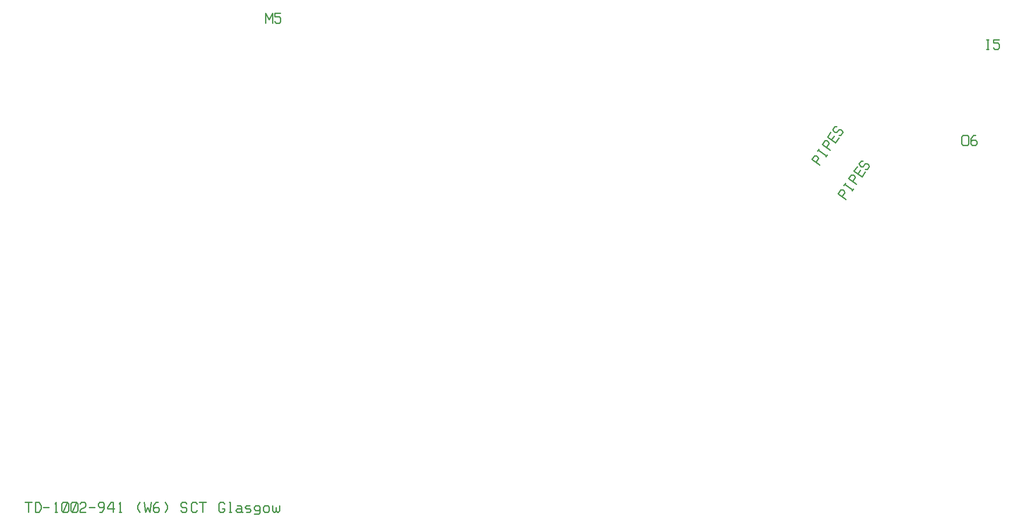
<source format=gbr>
*
G4_C Author: OrCAD GerbTool(tm) 8.1.1 Wed Jun 18 23:47:49 2003*
%LPD*%
%LNsilkscreen*%
%FSLAX34Y34*%
%MOIN*%
%AD*%
%AMD25R98*
20,1,0.025000,0.000000,-0.035000,0.000000,0.035000,98.600000*
%
%AMD10R98*
20,1,0.050000,-0.025000,0.000000,0.025000,0.000000,98.600000*
%
%AMD25R98N2*
20,1,0.025000,0.000000,-0.035000,0.000000,0.035000,98.600000*
%
%AMD10R98N2*
20,1,0.050000,-0.025000,0.000000,0.025000,0.000000,98.600000*
%
%AMD25R86*
20,1,0.025000,0.000000,-0.035000,0.000000,0.035000,86.080000*
%
%AMD10R86*
20,1,0.050000,-0.025000,0.000000,0.025000,0.000000,86.080000*
%
%AMD16R5*
20,1,0.025000,-0.035000,0.000000,0.035000,0.000000,5.450000*
%
%AMD10R5*
20,1,0.050000,-0.025000,0.000000,0.025000,0.000000,5.450000*
%
%AMD16R5N2*
20,1,0.025000,-0.035000,0.000000,0.035000,0.000000,5.450000*
%
%AMD10R5N2*
20,1,0.050000,-0.025000,0.000000,0.025000,0.000000,5.450000*
%
%AMD32R3*
20,1,0.025000,0.034920,-0.002390,-0.034920,0.002390,3.950000*
%
%AMD33R3*
20,1,0.050000,-0.001710,-0.024940,0.001710,0.024940,3.950000*
%
%AMD32R3N2*
20,1,0.025000,0.034920,-0.002390,-0.034920,0.002390,3.910000*
%
%AMD33R3N2*
20,1,0.050000,-0.001710,-0.024940,0.001710,0.024940,3.910000*
%
%AMD32R3N3*
20,1,0.025000,0.034920,-0.002390,-0.034920,0.002390,3.920000*
%
%AMD33R3N3*
20,1,0.050000,-0.001710,-0.024940,0.001710,0.024940,3.920000*
%
%AMD29R80*
20,1,0.022000,0.000000,-0.040000,0.000000,0.040000,80.000000*
%
%AMD54R80*
20,1,0.050000,-0.025000,0.000000,0.025000,0.000000,80.000000*
%
%AMD57R280*
20,1,0.022000,0.039390,-0.006950,-0.039390,0.006950,280.000000*
%
%AMD58R280*
20,1,0.050000,-0.004340,-0.024620,0.004340,0.024620,280.000000*
%
%AMD59R78*
20,1,0.022000,0.000000,-0.040000,0.000000,0.040000,78.000000*
%
%AMD60R78*
20,1,0.050000,-0.025000,0.000000,0.025000,0.000000,78.000000*
%
%AMD29R75*
20,1,0.022000,0.000000,-0.040000,0.000000,0.040000,75.000000*
%
%AMD54R75*
20,1,0.050000,-0.025000,0.000000,0.025000,0.000000,75.000000*
%
%AMD29R73*
20,1,0.022000,0.000000,-0.040000,0.000000,0.040000,73.000000*
%
%AMD54R73*
20,1,0.050000,-0.025000,0.000000,0.025000,0.000000,73.000000*
%
%ADD10R,0.050000X0.050000*%
%ADD11C,0.006000*%
%ADD12C,0.019000*%
%ADD13C,0.007900*%
%ADD14C,0.005000*%
%ADD15C,0.000800*%
%ADD16R,0.070000X0.025000*%
%ADD17R,0.068000X0.023000*%
%ADD18C,0.006000*%
%ADD19C,0.009800*%
%ADD20C,0.010000*%
%ADD21C,0.030000*%
%ADD22C,0.060000*%
%ADD23C,0.035000*%
%ADD24C,0.055000*%
%ADD25R,0.025000X0.070000*%
%ADD26C,0.010000*%
%ADD27R,0.029000X0.058000*%
%ADD28R,0.031000X0.060000*%
%ADD29R,0.022000X0.080000*%
%ADD30R,0.024000X0.082000*%
%ADD31D10R98N2*%
%ADD32D25R86*%
%ADD33D10R86*%
%ADD34D16R5*%
%ADD35D10R5*%
%ADD36D16R5N2*%
%ADD37D10R5N2*%
%ADD38D25R98N2*%
%ADD39D10R98N2*%
%ADD40D25R86*%
%ADD41D10R86*%
%ADD42D16R5*%
%ADD43D10R5*%
%ADD44D16R5N2*%
%ADD45D10R5N2*%
%ADD46D32R3*%
%ADD47D33R3*%
%ADD48R,0.070000X0.025000*%
%ADD49D33R3N2*%
%ADD50C,0.011000*%
%ADD51C,0.036000*%
%ADD52C,0.015000*%
%ADD53R,0.070000X0.025000*%
%ADD54R,0.050000X0.050000*%
%ADD55C,0.010000*%
%ADD56C,0.010000*%
%ADD57D29R80*%
%ADD58D54R80*%
%ADD59R,0.022000X0.080000*%
%ADD60R,0.050000X0.050000*%
%ADD61D59R78*%
%ADD62D60R78*%
%ADD63D29R75*%
%ADD64D54R75*%
%ADD65D29R73*%
%ADD66D54R73*%
%ADD256R,0.058000X0.029000*%
G4_C OrCAD GerbTool Tool List *
G4_D50 1 0.0110 T 0 0*
G4_D51 3 0.0360 T 0 0*
G4_D52 2 0.0150 T 0 0*
G54D20*
G1X16198Y6035D2*
G1X16198Y5285D1*
G1X15936Y6035D2*
G1X16461Y6035D1*
G1X16986Y6035D2*
G1X17161Y5785D1*
G1X17161Y5535D1*
G1X16986Y5285D1*
G1X16723Y6035D2*
G1X16723Y5285D1*
G1X16723Y6035D2*
G1X16986Y6035D1*
G1X16986Y5285D2*
G1X16723Y5285D1*
G1X17336Y5660D2*
G1X17773Y5660D1*
G1X18298Y6035D2*
G1X18298Y5285D1*
G1X18211Y5285D2*
G1X18386Y5285D1*
G1X18298Y6035D2*
G1X18211Y5910D1*
G1X18823Y6035D2*
G1X19173Y6035D1*
G1X19261Y5910D1*
G1X19261Y5410D1*
G1X19173Y5285D1*
G1X18823Y5285D1*
G1X18736Y5410D1*
G1X18736Y5910D1*
G1X18823Y6035D1*
G1X19173Y6035D2*
G1X18823Y5285D1*
G1X19523Y6035D2*
G1X19873Y6035D1*
G1X19961Y5910D1*
G1X19961Y5410D1*
G1X19873Y5285D1*
G1X19523Y5285D1*
G1X19436Y5410D1*
G1X19436Y5910D1*
G1X19523Y6035D1*
G1X19873Y6035D2*
G1X19523Y5285D1*
G1X20136Y5910D2*
G1X20223Y6035D1*
G1X20486Y6035D1*
G1X20573Y5910D1*
G1X20573Y5785D1*
G1X20486Y5660D1*
G1X20223Y5535D1*
G1X20136Y5410D1*
G1X20136Y5285D1*
G1X20573Y5285D1*
G1X20836Y5660D2*
G1X21273Y5660D1*
G1X21886Y5660D2*
G1X21623Y5660D1*
G1X21536Y5785D1*
G1X21536Y5910D1*
G1X21623Y6035D1*
G1X21886Y6035D1*
G1X21973Y5910D1*
G1X21973Y5535D1*
G1X21798Y5285D1*
G1X21623Y5285D1*
G1X21886Y5660D2*
G1X21973Y5785D1*
G1X22498Y6035D2*
G1X22673Y6035D1*
G1X22673Y5285D1*
G1X22498Y6035D2*
G1X22236Y5660D1*
G1X22236Y5535D1*
G1X22761Y5535D1*
G1X23198Y6035D2*
G1X23198Y5285D1*
G1X23111Y5285D2*
G1X23286Y5285D1*
G1X23198Y6035D2*
G1X23111Y5910D1*
G1X24686Y6035D2*
G1X24511Y5785D1*
G1X24511Y5535D1*
G1X24686Y5285D1*
G1X25036Y6035D2*
G1X25123Y5285D1*
G1X25298Y5660D1*
G1X25473Y5285D1*
G1X25561Y6035D1*
G1X26086Y6035D2*
G1X25911Y6035D1*
G1X25736Y5785D1*
G1X25736Y5410D1*
G1X25823Y5285D1*
G1X26086Y5285D1*
G1X26173Y5410D1*
G1X26173Y5535D1*
G1X26086Y5660D1*
G1X25823Y5660D1*
G1X25736Y5535D1*
G1X26611Y6035D2*
G1X26786Y5785D1*
G1X26786Y5535D1*
G1X26611Y5285D1*
G1X28273Y5910D2*
G1X28186Y6035D1*
G1X27923Y6035D1*
G1X27836Y5910D1*
G1X27836Y5785D1*
G1X28273Y5535D2*
G1X28273Y5410D1*
G1X28186Y5285D1*
G1X27923Y5285D1*
G1X27836Y5410D1*
G1X27836Y5785D2*
G1X27923Y5660D1*
G1X28186Y5660D1*
G1X28273Y5535D1*
G1X29061Y5910D2*
G1X28973Y6035D1*
G1X28711Y6035D1*
G1X28711Y5285D2*
G1X28973Y5285D1*
G1X29061Y5410D1*
G1X28623Y5910D2*
G1X28623Y5410D1*
G1X28711Y6035D2*
G1X28623Y5910D1*
G1X28623Y5410D2*
G1X28711Y5285D1*
G1X29498Y6035D2*
G1X29498Y5285D1*
G1X29236Y6035D2*
G1X29761Y6035D1*
G1X31161Y5910D2*
G1X31073Y6035D1*
G1X30811Y6035D1*
G1X31161Y5535D2*
G1X30986Y5535D1*
G1X30811Y6035D2*
G1X30723Y5910D1*
G1X30723Y5410D1*
G1X30811Y5285D1*
G1X31161Y5535D2*
G1X31161Y5410D1*
G1X31073Y5285D1*
G1X30811Y5285D1*
G1X31598Y6035D2*
G1X31598Y5285D1*
G1X31598Y6035D2*
G1X31511Y6035D1*
G1X31511Y5285D2*
G1X31686Y5285D1*
G1X32123Y5785D2*
G1X32386Y5785D1*
G1X32473Y5660D1*
G1X32473Y5285D1*
G1X32561Y5285D1*
G1X32123Y5535D2*
G1X32036Y5410D1*
G1X32123Y5285D1*
G1X32123Y5535D2*
G1X32473Y5535D1*
G1X32473Y5410D2*
G1X32386Y5285D1*
G1X32123Y5285D1*
G1X32823Y5785D2*
G1X32736Y5660D1*
G1X32823Y5535D1*
G1X33086Y5535D1*
G1X33173Y5410D1*
G1X33086Y5285D1*
G1X32823Y5785D2*
G1X33086Y5785D1*
G1X32823Y5285D2*
G1X33086Y5285D1*
G1X33523Y5785D2*
G1X33436Y5660D1*
G1X33436Y5535D1*
G1X33523Y5410D1*
G1X33786Y5160D2*
G1X33436Y5160D1*
G1X33873Y5285D2*
G1X33786Y5160D1*
G1X33523Y5410D2*
G1X33786Y5410D1*
G1X33873Y5535D1*
G1X33523Y5785D2*
G1X33786Y5785D1*
G1X33873Y5660D1*
G1X33873Y5285D1*
G1X34223Y5785D2*
G1X34486Y5785D1*
G1X34573Y5660D1*
G1X34573Y5410D1*
G1X34486Y5285D1*
G1X34223Y5285D1*
G1X34136Y5410D1*
G1X34136Y5660D1*
G1X34223Y5785D1*
G1X34836Y5785D2*
G1X34836Y5410D1*
G1X34923Y5285D1*
G1X35011Y5285D1*
G1X35098Y5410D1*
G1X35098Y5660D1*
G1X35098Y5410D2*
G1X35186Y5285D1*
G1X35273Y5285D1*
G1X35361Y5410D1*
G1X35361Y5785D1*
G1X87529Y34078D2*
G1X87441Y33953D1*
G1X87441Y33453D1*
G1X87529Y33328D1*
G1X87879Y33328D1*
G1X87966Y33453D1*
G1X87966Y33953D1*
G1X87879Y34078D1*
G1X87529Y34078D1*
G1X88491Y34078D2*
G1X88316Y34078D1*
G1X88141Y33828D1*
G1X88141Y33453D1*
G1X88229Y33328D1*
G1X88491Y33328D1*
G1X88579Y33453D1*
G1X88579Y33578D1*
G1X88491Y33703D1*
G1X88229Y33703D1*
G1X88141Y33578D1*
G1X89416Y41399D2*
G1X89416Y40649D1*
G1X89329Y41399D2*
G1X89504Y41399D1*
G1X89504Y40649D2*
G1X89329Y40649D1*
G1X89854Y41399D2*
G1X90291Y41399D1*
G1X89854Y41399D2*
G1X89854Y41149D1*
G1X90204Y41149D1*
G1X90291Y41024D1*
G1X90291Y40774D1*
G1X90204Y40649D1*
G1X89941Y40649D1*
G1X89854Y40774D1*
G1X34820Y42653D2*
G1X34820Y43403D1*
G1X34295Y43403D2*
G1X34295Y42653D1*
G1X34295Y43403D2*
G1X34558Y42903D1*
G1X34820Y43403D1*
G1X34995Y43403D2*
G1X35433Y43403D1*
G1X34995Y43403D2*
G1X34995Y43153D1*
G1X35345Y43153D1*
G1X35433Y43028D1*
G1X35433Y42778D1*
G1X35345Y42653D1*
G1X35083Y42653D1*
G1X34995Y42778D1*
G1X76185Y32522D2*
G1X76338Y32522D1*
G1X76440Y32451D1*
G1X76493Y32307D1*
G1X75985Y32236D2*
G1X76599Y31805D1*
G1X76185Y32522D2*
G1X75985Y32236D1*
G1X76493Y32307D2*
G1X76292Y32021D1*
G1X76487Y32952D2*
G1X77101Y32522D1*
G1X76436Y32881D2*
G1X76537Y33024D1*
G1X77151Y32594D2*
G1X77051Y32451D1*
G1X76988Y33669D2*
G1X77141Y33669D1*
G1X77243Y33597D1*
G1X77296Y33454D1*
G1X76788Y33382D2*
G1X77402Y32952D1*
G1X76988Y33669D2*
G1X76788Y33382D1*
G1X77296Y33454D2*
G1X77095Y33167D1*
G1X77189Y33956D2*
G1X77804Y33526D1*
G1X77189Y33956D2*
G1X77440Y34314D1*
G1X77804Y33526D2*
G1X78055Y33884D1*
G1X77496Y33741D2*
G1X77697Y34027D1*
G1X77894Y34744D2*
G1X77741Y34744D1*
G1X77591Y34529D1*
G1X77643Y34386D1*
G1X77745Y34314D1*
G1X78201Y34529D2*
G1X78303Y34457D1*
G1X78356Y34314D1*
G1X78205Y34099D1*
G1X78052Y34099D1*
G1X77745Y34314D2*
G1X77898Y34314D1*
G1X78048Y34529D1*
G1X78201Y34529D1*
G1X78191Y29908D2*
G1X78343Y29908D1*
G1X78446Y29836D1*
G1X78498Y29693D1*
G1X77990Y29621D2*
G1X78604Y29191D1*
G1X78191Y29908D2*
G1X77990Y29621D1*
G1X78498Y29693D2*
G1X78297Y29406D1*
G1X78492Y30338D2*
G1X79106Y29908D1*
G1X78441Y30266D2*
G1X78542Y30410D1*
G1X79156Y29979D2*
G1X79056Y29836D1*
G1X78994Y31055D2*
G1X79146Y31055D1*
G1X79249Y30983D1*
G1X79301Y30840D1*
G1X78793Y30768D2*
G1X79407Y30338D1*
G1X78994Y31055D2*
G1X78793Y30768D1*
G1X79301Y30840D2*
G1X79100Y30553D1*
G1X79194Y31341D2*
G1X79809Y30911D1*
G1X79194Y31341D2*
G1X79445Y31700D1*
G1X79809Y30911D2*
G1X80060Y31270D1*
G1X79501Y31126D2*
G1X79702Y31413D1*
G1X79899Y32130D2*
G1X79746Y32130D1*
G1X79596Y31915D1*
G1X79648Y31771D1*
G1X79750Y31700D1*
G1X80206Y31915D2*
G1X80309Y31843D1*
G1X80361Y31700D1*
G1X80210Y31485D1*
G1X80058Y31485D1*
G1X79750Y31700D2*
G1X79903Y31700D1*
G1X80054Y31915D1*
G1X80206Y31915D1*
M2*

</source>
